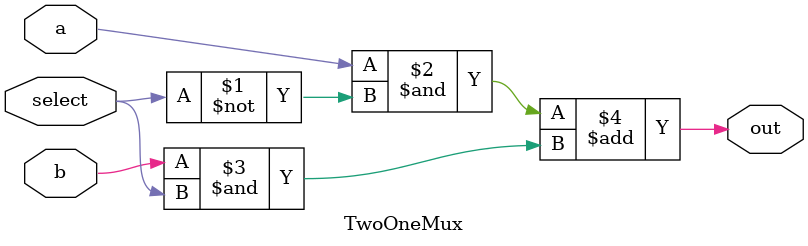
<source format=v>
`timescale 1ns / 1ps



module TwoOneMux(
    input wire a,
    input wire b,
    input wire select,
    output wire out
    );
    
    assign out = (a & ~select) + (b & select); //Select = 0 -> A | Select = 1 -> B
endmodule
</source>
